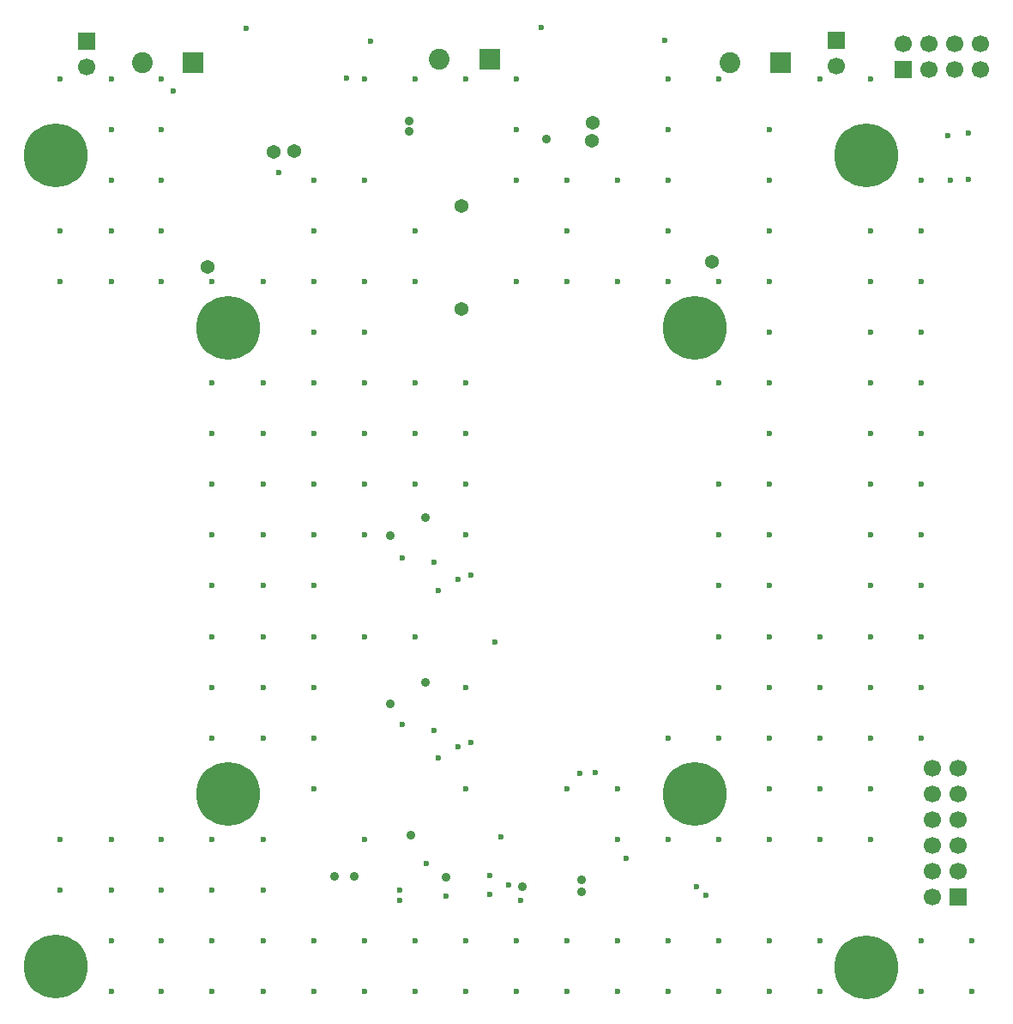
<source format=gbr>
%FSLAX23Y23*%
%MOIN*%
%SFA1B1*%

%IPPOS*%
%ADD90R,0.080710X0.080710*%
%ADD91C,0.080710*%
%ADD92C,0.066930*%
%ADD93R,0.066930X0.066930*%
%ADD94R,0.066930X0.066930*%
%ADD95C,0.248030*%
%ADD96C,0.023620*%
%ADD97C,0.053940*%
%ADD98C,0.035430*%
%LNbase_pcb1_soldermask_bot-1*%
%LPD*%
G54D90*
X3011Y3707D03*
X728Y3706D03*
X1881Y3720D03*
G54D91*
X2814Y3707D03*
X531Y3706D03*
X1684Y3720D03*
G54D92*
X3228Y3692D03*
X314Y3691D03*
X3489Y3780D03*
X3589D03*
X3689D03*
X3789D03*
Y3680D03*
X3689D03*
X3589D03*
X3702Y567D03*
Y667D03*
Y767D03*
Y867D03*
Y967D03*
X3602D03*
Y867D03*
Y767D03*
Y667D03*
Y567D03*
Y467D03*
G54D93*
X3228Y3792D03*
X314Y3791D03*
X3702Y467D03*
G54D94*
X3489Y3680D03*
G54D95*
X3346Y3346D03*
X196D03*
X3346Y192D03*
X196Y196D03*
X2677Y2677D03*
X866D03*
X2677Y866D03*
X866D03*
G54D96*
X3671Y3249D03*
X3741Y3434D03*
X3660Y3424D03*
X3742Y3254D03*
X3559Y3250D03*
X3756Y297D03*
Y100D03*
X3559Y3053D03*
Y2856D03*
Y2659D03*
Y2462D03*
Y2265D03*
Y2069D03*
Y1872D03*
Y1675D03*
Y1478D03*
Y1281D03*
Y1084D03*
Y297D03*
Y100D03*
X3362Y3643D03*
Y3053D03*
Y2856D03*
Y2659D03*
Y2462D03*
Y2265D03*
Y2069D03*
Y1872D03*
Y1675D03*
Y1478D03*
Y1281D03*
Y1084D03*
Y887D03*
Y691D03*
X3165Y3643D03*
Y1478D03*
Y1281D03*
Y1084D03*
Y887D03*
Y691D03*
Y297D03*
Y100D03*
X2969Y3447D03*
Y3250D03*
Y3053D03*
Y2856D03*
Y2659D03*
Y2462D03*
Y2265D03*
Y2069D03*
Y1872D03*
Y1675D03*
Y1478D03*
Y1281D03*
Y1084D03*
Y887D03*
Y691D03*
Y297D03*
Y100D03*
X2772Y3643D03*
Y2856D03*
Y2462D03*
Y2069D03*
Y1872D03*
Y1675D03*
Y1478D03*
Y1281D03*
Y1084D03*
Y691D03*
Y297D03*
Y100D03*
X2575Y3643D03*
Y3447D03*
Y3250D03*
Y3053D03*
Y2856D03*
Y1084D03*
Y691D03*
Y297D03*
Y100D03*
X2378Y3250D03*
Y2856D03*
Y887D03*
Y691D03*
Y297D03*
Y100D03*
X2181Y3250D03*
Y3053D03*
Y2856D03*
Y887D03*
Y297D03*
Y100D03*
X1984Y3643D03*
Y3447D03*
Y3250D03*
Y2856D03*
Y297D03*
Y100D03*
X1787Y3643D03*
Y2462D03*
Y2265D03*
Y2069D03*
Y1872D03*
Y1281D03*
Y887D03*
Y297D03*
Y100D03*
X1591Y3643D03*
Y3053D03*
Y2856D03*
Y2462D03*
Y2265D03*
Y2069D03*
Y1478D03*
Y297D03*
Y100D03*
X1394Y3643D03*
Y3250D03*
Y2856D03*
Y2659D03*
Y2462D03*
Y2265D03*
Y2069D03*
Y1872D03*
Y1478D03*
Y691D03*
Y297D03*
Y100D03*
X1197Y3250D03*
Y3053D03*
Y2856D03*
Y2659D03*
Y2462D03*
Y2265D03*
Y2069D03*
Y1872D03*
Y1675D03*
Y1478D03*
Y1281D03*
Y1084D03*
Y887D03*
Y297D03*
Y100D03*
X1000Y2856D03*
Y2462D03*
Y2265D03*
Y2069D03*
Y1872D03*
Y1675D03*
Y1478D03*
Y1281D03*
Y1084D03*
Y691D03*
Y494D03*
Y297D03*
Y100D03*
X803Y2856D03*
Y2462D03*
Y2265D03*
Y2069D03*
Y1872D03*
Y1675D03*
Y1478D03*
Y1281D03*
Y1084D03*
Y691D03*
Y494D03*
Y297D03*
Y100D03*
X606Y3643D03*
Y3447D03*
Y3250D03*
Y3053D03*
Y2856D03*
Y691D03*
Y494D03*
Y297D03*
Y100D03*
X410Y3643D03*
Y3447D03*
Y3250D03*
Y3053D03*
Y2856D03*
Y691D03*
Y494D03*
Y297D03*
Y100D03*
X213Y3643D03*
Y3053D03*
Y2856D03*
Y691D03*
Y494D03*
X1665Y1114D03*
X1664Y1766D03*
X1063Y3281D03*
X651Y3598D03*
X1326Y3648D03*
X1417Y3791D03*
X935Y3841D03*
X2563Y3793D03*
X2081Y3844D03*
X1808Y1068D03*
X2232Y948D03*
X2293Y951D03*
X2720Y473D03*
X2684Y508D03*
X1808Y1718D03*
X1680Y1005D03*
X1681Y1657D03*
X1757Y1699D03*
X1541Y1136D03*
Y1784D03*
X1882Y475D03*
Y550D03*
X1636Y597D03*
X1956Y514D03*
X2411Y616D03*
X1924Y701D03*
X1901Y1455D03*
X2000Y454D03*
X1712Y469D03*
X1533Y492D03*
Y452D03*
X1757Y1050D03*
G54D97*
X2746Y2933D03*
X785Y2913D03*
X1043Y3361D03*
X1122Y3364D03*
X1771Y2750D03*
Y3149D03*
X2283Y3472D03*
X2277Y3404D03*
G54D98*
X1567Y3440D03*
Y3480D03*
X2102Y3411D03*
X1630Y1939D03*
X1574Y708D03*
X1712Y543D03*
X2239Y532D03*
Y485D03*
X1496Y1217D03*
Y1869D03*
X2007Y508D03*
X1354Y548D03*
X1279D03*
X1633Y1299D03*
M02*
</source>
